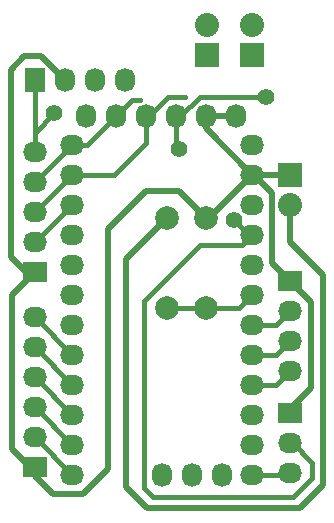
<source format=gbr>
G04 #@! TF.FileFunction,Copper,L2,Bot,Signal*
%FSLAX46Y46*%
G04 Gerber Fmt 4.6, Leading zero omitted, Abs format (unit mm)*
G04 Created by KiCad (PCBNEW 4.0.5) date Sunday 02 April 2017 22:21:33*
%MOMM*%
%LPD*%
G01*
G04 APERTURE LIST*
%ADD10C,0.100000*%
%ADD11C,1.998980*%
%ADD12O,1.727200X2.032000*%
%ADD13O,2.032000X1.727200*%
%ADD14R,2.032000X2.032000*%
%ADD15O,2.032000X2.032000*%
%ADD16R,2.032000X1.727200*%
%ADD17R,1.727200X2.032000*%
%ADD18C,1.400000*%
%ADD19C,0.500000*%
%ADD20C,0.450000*%
G04 APERTURE END LIST*
D10*
D11*
X16891000Y25527000D03*
X16891000Y17907000D03*
X20193000Y17907000D03*
X20193000Y25527000D03*
D12*
X10033000Y34163000D03*
X12573000Y34163000D03*
X15113000Y34163000D03*
X17653000Y34163000D03*
X20193000Y34163000D03*
X22733000Y34163000D03*
X21590000Y3810000D03*
X19050000Y3810000D03*
X16510000Y3810000D03*
D13*
X24130000Y3810000D03*
X24130000Y6350000D03*
X24130000Y8890000D03*
X24130000Y11430000D03*
X24130000Y13970000D03*
X24130000Y16510000D03*
X24130000Y19050000D03*
X24130000Y21590000D03*
X24130000Y24130000D03*
X24130000Y26670000D03*
X24130000Y29210000D03*
X24130000Y31750000D03*
X8890000Y31750000D03*
X8890000Y29210000D03*
X8890000Y26670000D03*
X8890000Y24130000D03*
X8890000Y21590000D03*
X8890000Y19050000D03*
X8890000Y16510000D03*
X8890000Y13970000D03*
X8890000Y11430000D03*
X8890000Y8890000D03*
X8890000Y6350000D03*
X8890000Y3810000D03*
D14*
X20320000Y39370000D03*
D15*
X20320000Y41910000D03*
D14*
X24130000Y39370000D03*
D15*
X24130000Y41910000D03*
D16*
X5715000Y20955000D03*
D13*
X5715000Y23495000D03*
X5715000Y26035000D03*
X5715000Y28575000D03*
X5715000Y31115000D03*
D16*
X27305000Y9017000D03*
D13*
X27305000Y6477000D03*
X27305000Y3937000D03*
D16*
X5715000Y4445000D03*
D13*
X5715000Y6985000D03*
X5715000Y9525000D03*
X5715000Y12065000D03*
X5715000Y14605000D03*
X5715000Y17145000D03*
D17*
X5715000Y37211000D03*
D12*
X8255000Y37211000D03*
X10795000Y37211000D03*
X13335000Y37211000D03*
D16*
X27305000Y20193000D03*
D13*
X27305000Y17653000D03*
X27305000Y15113000D03*
X27305000Y12573000D03*
D14*
X27305000Y29210000D03*
D15*
X27305000Y26670000D03*
D18*
X17907000Y31369000D03*
X22606000Y25400000D03*
X7366000Y34417000D03*
X25273000Y35814000D03*
D19*
X5715000Y20955000D02*
X4953000Y20955000D01*
X4953000Y20955000D02*
X3683000Y22225000D01*
X6223000Y39243000D02*
X8255000Y37211000D01*
X4826000Y39243000D02*
X6223000Y39243000D01*
X3683000Y38100000D02*
X4826000Y39243000D01*
X3683000Y22225000D02*
X3683000Y38100000D01*
X20193000Y25527000D02*
X20447000Y25527000D01*
X20447000Y25527000D02*
X24130000Y29210000D01*
X22733000Y34163000D02*
X20193000Y34163000D01*
X24130000Y29210000D02*
X24257000Y29210000D01*
X24257000Y29210000D02*
X25781000Y27686000D01*
X25781000Y21717000D02*
X27305000Y20193000D01*
X25781000Y27686000D02*
X25781000Y21717000D01*
X27305000Y29210000D02*
X24130000Y29210000D01*
X27305000Y9017000D02*
X27305000Y9398000D01*
X27305000Y9398000D02*
X29083000Y11176000D01*
X29083000Y11176000D02*
X29083000Y18415000D01*
X29083000Y18415000D02*
X27305000Y20193000D01*
X20193000Y34163000D02*
X20193000Y33147000D01*
X20193000Y33147000D02*
X24130000Y29210000D01*
X5715000Y4445000D02*
X5715000Y3683000D01*
X5715000Y3683000D02*
X7239000Y2159000D01*
X17907000Y27813000D02*
X20193000Y25527000D01*
X15113000Y27813000D02*
X17907000Y27813000D01*
X11938000Y24638000D02*
X15113000Y27813000D01*
X11938000Y4318000D02*
X11938000Y24638000D01*
X9779000Y2159000D02*
X11938000Y4318000D01*
X7239000Y2159000D02*
X9779000Y2159000D01*
X5715000Y4445000D02*
X5334000Y4445000D01*
X5334000Y4445000D02*
X3810000Y5969000D01*
X3810000Y5969000D02*
X3810000Y19050000D01*
X3810000Y19050000D02*
X5715000Y20955000D01*
D20*
X12573000Y34163000D02*
X13970000Y35560000D01*
X13970000Y35560000D02*
X14605000Y35560000D01*
X8890000Y31750000D02*
X10160000Y31750000D01*
X10160000Y31750000D02*
X12573000Y34163000D01*
X5715000Y28575000D02*
X8890000Y31750000D01*
X15113000Y34163000D02*
X15367000Y34163000D01*
X15367000Y34163000D02*
X17018000Y35814000D01*
X17018000Y35814000D02*
X18415000Y35814000D01*
X15113000Y34163000D02*
X15113000Y31877000D01*
X12446000Y29210000D02*
X15113000Y31877000D01*
X12446000Y29210000D02*
X8890000Y29210000D01*
X5715000Y26035000D02*
X8890000Y29210000D01*
D19*
X27305000Y26670000D02*
X27305000Y23495000D01*
X13462000Y22098000D02*
X16891000Y25527000D01*
X13462000Y2794000D02*
X13462000Y22098000D01*
X15240000Y1016000D02*
X13462000Y2794000D01*
X28194000Y1016000D02*
X15240000Y1016000D01*
X30099000Y2921000D02*
X28194000Y1016000D01*
X30099000Y20701000D02*
X30099000Y2921000D01*
X27305000Y23495000D02*
X30099000Y20701000D01*
D20*
X20193000Y17907000D02*
X22987000Y17907000D01*
X22987000Y17907000D02*
X24130000Y19050000D01*
X16891000Y17907000D02*
X20193000Y17907000D01*
X5715000Y23495000D02*
X8890000Y26670000D01*
X24130000Y11430000D02*
X26162000Y11430000D01*
X26162000Y11430000D02*
X27305000Y12573000D01*
X24130000Y13970000D02*
X26162000Y13970000D01*
X26162000Y13970000D02*
X27305000Y15113000D01*
X24130000Y16510000D02*
X26162000Y16510000D01*
X26162000Y16510000D02*
X27305000Y17653000D01*
X24130000Y24130000D02*
X23876000Y24130000D01*
X23876000Y24130000D02*
X22606000Y25400000D01*
X17653000Y31623000D02*
X17653000Y34163000D01*
X17907000Y31369000D02*
X17653000Y31623000D01*
X17653000Y34163000D02*
X18034000Y34163000D01*
X18034000Y34163000D02*
X19685000Y35814000D01*
X5715000Y32766000D02*
X5715000Y31115000D01*
X7366000Y34417000D02*
X5715000Y32766000D01*
X19685000Y35814000D02*
X25273000Y35814000D01*
X5715000Y37211000D02*
X5715000Y31115000D01*
X27305000Y6477000D02*
X27559000Y6477000D01*
X27559000Y6477000D02*
X29210000Y4826000D01*
X29210000Y4826000D02*
X29210000Y3556000D01*
X29210000Y3556000D02*
X27559000Y1905000D01*
X27559000Y1905000D02*
X15748000Y1905000D01*
X15748000Y1905000D02*
X14986000Y2667000D01*
X14986000Y2667000D02*
X14986000Y18542000D01*
X14986000Y18542000D02*
X19685000Y23241000D01*
X19685000Y23241000D02*
X23241000Y23241000D01*
X23241000Y23241000D02*
X24130000Y24130000D01*
X24130000Y3810000D02*
X27178000Y3810000D01*
X27178000Y3810000D02*
X27305000Y3937000D01*
X5715000Y6985000D02*
X8890000Y3810000D01*
X5715000Y9525000D02*
X8890000Y6350000D01*
X8890000Y8890000D02*
X5715000Y12065000D01*
X5715000Y14605000D02*
X8890000Y11430000D01*
X8890000Y13970000D02*
X5715000Y17145000D01*
M02*

</source>
